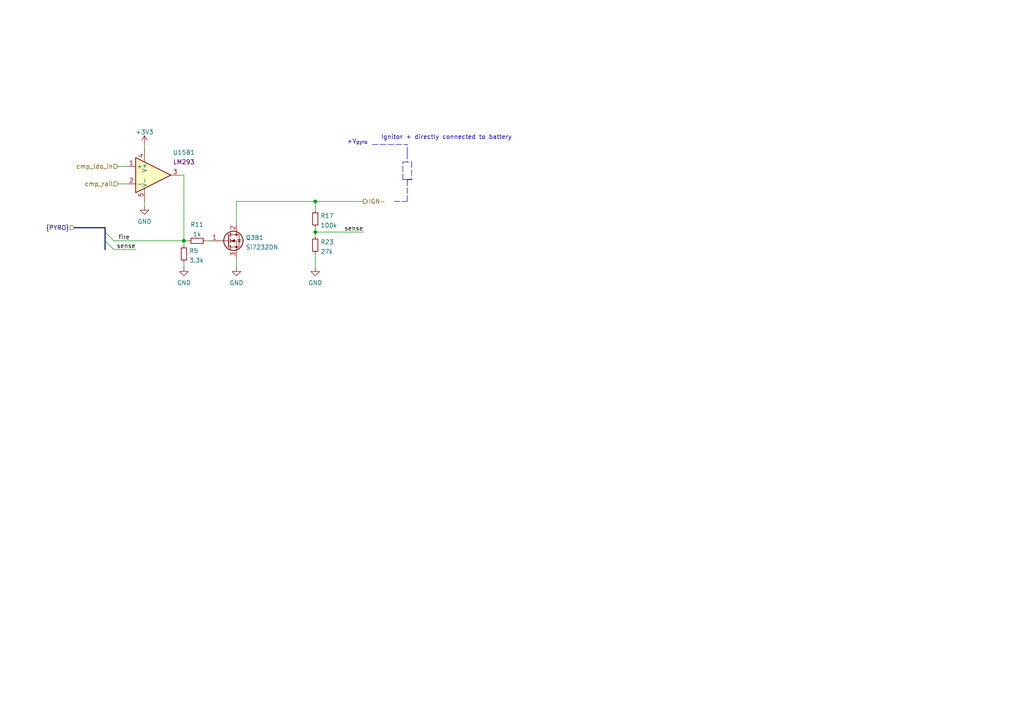
<source format=kicad_sch>
(kicad_sch (version 20211123) (generator eeschema)
  (paper "A4")
  (lib_symbols
    (symbol "Device:Q_NMOS_GDS" (pin_names (offset 0) hide)
      (property "Reference" "Q" (at 5.08 1.27 0))
      (property "Value" "Q_NMOS_GDS" (at 5.08 -1.27 0))
      (symbol "Q_NMOS_GDS_0_1"
        (polyline (pts (xy 0.254 0) (xy -2.54 0)))
        (polyline (pts (xy 0.254 1.905) (xy 0.254 -1.905)) (stroke (width 0.254)))
        (polyline (pts (xy 0.762 -1.27) (xy 0.762 -2.286)) (stroke (width 0.254)))
        (polyline (pts (xy 0.762 0.508) (xy 0.762 -0.508)) (stroke (width 0.254)))
        (polyline (pts (xy 0.762 2.286) (xy 0.762 1.27)) (stroke (width 0.254)))
        (polyline (pts (xy 2.54 2.54) (xy 2.54 1.778)))
        (polyline (pts (xy 2.54 -2.54) (xy 2.54 0) (xy 0.762 0)))
        (polyline (pts (xy 0.762 -1.778) (xy 3.302 -1.778) (xy 3.302 1.778) (xy 0.762 1.778)))
        (polyline (pts (xy 1.016 0) (xy 2.032 0.381) (xy 2.032 -0.381) (xy 1.016 0)) (fill (type outline)))
        (polyline (pts (xy 2.794 0.508) (xy 2.921 0.381) (xy 3.683 0.381) (xy 3.81 0.254)))
        (polyline (pts (xy 3.302 0.381) (xy 2.921 -0.254) (xy 3.683 -0.254) (xy 3.302 0.381)))
        (circle (center 1.651 0) (radius 2.794) (stroke (width 0.254)))
        (circle (center 2.54 -1.778) (radius 0.254) (fill (type outline)))
        (circle (center 2.54 1.778) (radius 0.254) (fill (type outline)))
      )
      (symbol "Q_NMOS_GDS_1_1"
        (pin input line (at -5.08 0 0) (length 2.54) (name "G") (number "1"))
        (pin passive line (at 2.54 5.08 270) (length 2.54) (name "D") (number "2"))
        (pin passive line (at 2.54 -5.08 90) (length 2.54) (name "S") (number "3"))
      )
    )
    (symbol "Device:R_Small" (pin_numbers hide) (pin_names (offset 0.254) hide)
      (property "Reference" "R" (at 0.762 0.508 0))
      (property "Value" "R_Small" (at 0.762 -1.016 0))
      (symbol "R_Small_0_1"
        (rectangle (start -0.762 1.778) (end 0.762 -1.778) (stroke (width 0.2032)))
      )
      (symbol "R_Small_1_1"
        (pin passive line (at 0 2.54 270) (length 0.762) (name "~") (number "1"))
        (pin passive line (at 0 -2.54 90) (length 0.762) (name "~") (number "2"))
      )
    )
    (symbol "Simulation_SPICE:OPAMP" (pin_names (offset 0.254))
      (property "Reference" "U" (at 3.81 3.175 0))
      (property "Value" "OPAMP" (at 3.81 -3.175 0))
      (symbol "OPAMP_0_1"
        (polyline (pts (xy 5.08 0) (xy -5.08 5.08) (xy -5.08 -5.08) (xy 5.08 0)) (stroke (width 0.254)) (fill (type background)))
      )
      (symbol "OPAMP_1_1"
        (pin input line (at -7.62 2.54 0) (length 2.54) (name "+") (number "1"))
        (pin input line (at -7.62 -2.54 0) (length 2.54) (name "-") (number "2"))
        (pin output line (at 7.62 0 180) (length 2.54) (name "~") (number "3"))
        (pin power_in line (at -2.54 7.62 270) (length 3.81) (name "V+") (number "4"))
        (pin power_in line (at -2.54 -7.62 90) (length 3.81) (name "V-") (number "5"))
      )
    )
    (symbol "power:+3.3V" (power) (pin_names (offset 0))
      (property "Value" "+3.3V" (at 0 3.556 0))
      (symbol "+3.3V_0_1"
        (polyline (pts (xy -0.762 1.27) (xy 0 2.54)))
        (polyline (pts (xy 0 0) (xy 0 2.54)))
        (polyline (pts (xy 0 2.54) (xy 0.762 1.27)))
      )
      (symbol "+3.3V_1_1"
        (pin power_in line (at 0 0 90) (length 0) hide (name "+3V3") (number "1"))
      )
    )
    (symbol "power:GND" (power) (pin_names (offset 0))
      (property "Value" "GND" (at 0 -3.81 0))
      (symbol "GND_0_1"
        (polyline (pts (xy 0 0) (xy 0 -1.27) (xy 1.27 -1.27) (xy 0 -2.54) (xy -1.27 -1.27) (xy 0 -1.27)))
      )
      (symbol "GND_1_1"
        (pin power_in line (at 0 0 270) (length 0) hide (name "GND") (number "1"))
      )
    )
  )
  (junction (at 91.44 67.31))
  (junction (at 53.34 69.85))
  (junction (at 91.44 58.42))
  (bus_entry (at 30.48 69.85) (size 2.54 2.54))
  (bus_entry (at 30.48 67.31) (size 2.54 2.54))
  (wire (pts (xy 34.29 48.26) (xy 36.83 48.26)))
  (wire (pts (xy 41.91 58.42) (xy 41.91 59.69)))
  (wire (pts (xy 53.34 50.8) (xy 53.34 69.85)))
  (polyline (pts (xy 118.11 52.07) (xy 116.84 52.07)))
  (polyline (pts (xy 118.11 44.45) (xy 118.11 46.99)))
  (wire (pts (xy 59.69 69.85) (xy 60.96 69.85)))
  (wire (pts (xy 34.29 53.34) (xy 36.83 53.34)))
  (bus (pts (xy 21.59 66.04) (xy 30.48 66.04)))
  (polyline (pts (xy 118.11 52.07) (xy 119.38 52.07)))
  (polyline (pts (xy 114.3 58.42) (xy 118.11 58.42)))
  (wire (pts (xy 91.44 58.42) (xy 91.44 60.96)))
  (wire (pts (xy 91.44 66.04) (xy 91.44 67.31)))
  (wire (pts (xy 91.44 58.42) (xy 105.41 58.42)))
  (polyline (pts (xy 119.38 46.99) (xy 119.38 52.07)))
  (wire (pts (xy 68.58 74.93) (xy 68.58 77.47)))
  (polyline (pts (xy 107.95 41.91) (xy 118.11 41.91)))
  (wire (pts (xy 68.58 64.77) (xy 68.58 58.42)))
  (wire (pts (xy 91.44 73.66) (xy 91.44 77.47)))
  (polyline (pts (xy 118.11 52.07) (xy 119.38 52.07)))
  (bus (pts (xy 30.48 67.31) (xy 30.48 69.85)))
  (wire (pts (xy 53.34 71.12) (xy 53.34 69.85)))
  (polyline (pts (xy 118.11 58.42) (xy 118.11 52.07)))
  (polyline (pts (xy 116.84 52.07) (xy 116.84 46.99)))
  (wire (pts (xy 91.44 67.31) (xy 91.44 68.58)))
  (polyline (pts (xy 118.11 52.07) (xy 119.38 52.07)))
  (bus (pts (xy 30.48 69.85) (xy 30.48 72.39)))
  (polyline (pts (xy 118.11 44.45) (xy 118.11 41.91)))
  (bus (pts (xy 30.48 66.04) (xy 30.48 67.31)))
  (wire (pts (xy 91.44 67.31) (xy 105.41 67.31)))
  (wire (pts (xy 52.07 50.8) (xy 53.34 50.8)))
  (wire (pts (xy 33.02 69.85) (xy 53.34 69.85)))
  (wire (pts (xy 33.02 72.39) (xy 39.37 72.39)))
  (wire (pts (xy 41.91 41.91) (xy 41.91 43.18)))
  (wire (pts (xy 53.34 69.85) (xy 54.61 69.85)))
  (polyline (pts (xy 116.84 46.99) (xy 119.38 46.99)))
  (wire (pts (xy 68.58 58.42) (xy 91.44 58.42)))
  (wire (pts (xy 53.34 76.2) (xy 53.34 77.47)))
  (text "Ignitor + directly connected to battery" (at 110.49 40.64 0) (effects (font (size 1.27 1.27)) (justify left bottom)))
  (text "+V_{pyro}" (at 106.68 41.91 180) (effects (font (size 1.27 1.27)) (justify right bottom)))
  (label "sense" (at 39.37 72.39 180))
  (label "fire" (at 34.29 69.85 0))
  (label "sense" (at 105.41 67.31 180))
  (hierarchical_label "cmp_ldo_in" (shape input) (at 34.29 48.26 180))
  (hierarchical_label "cmp_rail" (shape input) (at 34.29 53.34 180))
  (hierarchical_label "IGN-" (shape output) (at 105.41 58.42 0))
  (hierarchical_label "{PYRO}" (shape input) (at 21.59 66.04 180))
  (symbol (lib_id "Device:R_Small") (at 91.44 71.12 0)
    (property "Reference" "R23" (at 92.9386 70.2115 0) (effects (justify left)))
    (property "Value" "27k" (at 92.9386 72.9866 0) (effects (justify left)))
    (property "Footprint" "Resistor_SMD:R_0402_1005Metric" (effects hide))
    (property "MPN" "RK73H1ETTP2702F" (effects hide))
    (property "note" "Checked" (effects hide))
  )
  (symbol (lib_id "Device:R_Small") (at 53.34 73.66 180)
    (property "Reference" "R5" (at 54.8386 72.7515 0) (effects (justify right)))
    (property "Value" "3.3k" (at 54.8386 75.5266 0) (effects (justify right)))
    (property "Footprint" "Resistor_SMD:R_0402_1005Metric" (effects hide))
    (property "MPN" "AC0402FR-073K3L" (effects hide))
    (property "note" "Checked" (effects hide))
  )
  (symbol (lib_id "power:GND") (at 68.58 77.47 0)
    (property "Reference" "#PWR0229" (effects hide))
    (property "Value" "GND" (at 68.58 82.0325 0))
  )
  (symbol (lib_id "Device:R_Small") (at 91.44 63.5 0)
    (property "Reference" "R17" (at 92.9386 62.5915 0) (effects (justify left)))
    (property "Value" "100k" (at 92.9386 65.3666 0) (effects (justify left)))
    (property "Footprint" "Resistor_SMD:R_0402_1005Metric" (effects hide))
    (property "MPN" "RC0402FR-07100KL" (effects hide))
    (property "note" "Checked" (effects hide))
  )
  (symbol (lib_id "power:GND") (at 91.44 77.47 0)
    (property "Reference" "#PWR0230" (effects hide))
    (property "Value" "GND" (at 91.44 82.0325 0))
  )
  (symbol (lib_id "Device:Q_NMOS_GDS") (at 66.04 69.85 0)
    (property "Reference" "Q3B1" (at 71.247 68.9415 0) (effects (justify left)))
    (property "Value" "Si7232DN" (at 71.247 71.7166 0) (effects (justify left)))
    (property "Footprint" "Package_SO:Vishay_PowerPAK_1212-8_Dual" (effects hide))
    (property "MPN" "SI7232DN-T1-GE3" (effects hide))
    (property "note" "NOT Available" (effects hide))
  )
  (symbol (lib_id "power:+3.3V") (at 41.91 41.91 0)
    (property "Reference" "#PWR0227" (effects hide))
    (property "Value" "+3.3V" (at 41.91 38.3055 0))
  )
  (symbol (lib_id "power:GND") (at 53.34 77.47 0)
    (property "Reference" "#PWR0226" (effects hide))
    (property "Value" "GND" (at 53.34 82.0325 0))
  )
  (symbol (lib_id "Device:R_Small") (at 57.15 69.85 90)
    (property "Reference" "R11" (at 57.15 65.1469 90))
    (property "Value" "1k" (at 57.15 67.922 90))
    (property "Footprint" "Resistor_SMD:R_0402_1005Metric" (effects hide))
    (property "MPN" "CR0402-FX-1001GLF" (effects hide))
    (property "note" "Checked" (effects hide))
  )
  (symbol (lib_id "Simulation_SPICE:OPAMP") (at 44.45 50.8 0)
    (property "Reference" "U15B1" (at 53.34 44.2149 0))
    (property "Value" "LM293" (at 53.34 46.99 0))
    (property "Footprint" "lib-telestern:st-DFN-8" (effects hide))
    (property "MPN" "LM293QT" (effects hide))
  )
  (symbol (lib_id "power:GND") (at 41.91 59.69 0)
    (property "Reference" "#PWR0228" (effects hide))
    (property "Value" "GND" (at 41.91 64.2525 0))
  )
)
</source>
